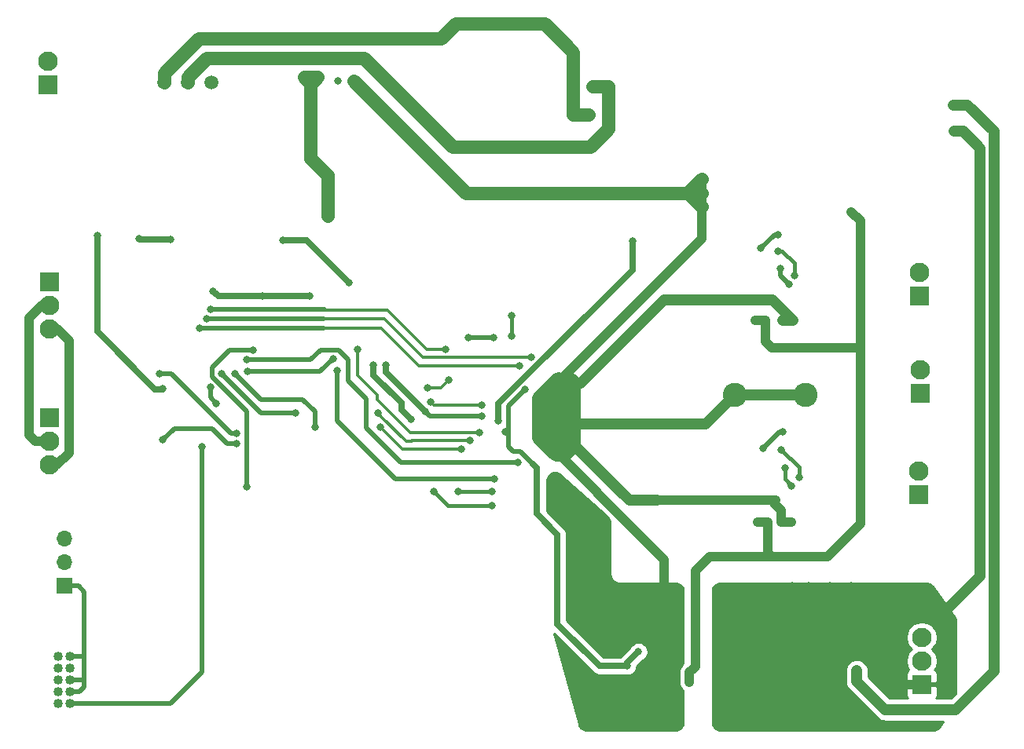
<source format=gbr>
G04 #@! TF.GenerationSoftware,KiCad,Pcbnew,5.1.6-c6e7f7d~86~ubuntu18.04.1*
G04 #@! TF.CreationDate,2020-06-04T01:08:26+01:00*
G04 #@! TF.ProjectId,scot-resolver,73636f74-2d72-4657-936f-6c7665722e6b,rev?*
G04 #@! TF.SameCoordinates,Original*
G04 #@! TF.FileFunction,Copper,L2,Bot*
G04 #@! TF.FilePolarity,Positive*
%FSLAX46Y46*%
G04 Gerber Fmt 4.6, Leading zero omitted, Abs format (unit mm)*
G04 Created by KiCad (PCBNEW 5.1.6-c6e7f7d~86~ubuntu18.04.1) date 2020-06-04 01:08:26*
%MOMM*%
%LPD*%
G01*
G04 APERTURE LIST*
G04 #@! TA.AperFunction,ComponentPad*
%ADD10C,2.100000*%
G04 #@! TD*
G04 #@! TA.AperFunction,ComponentPad*
%ADD11R,2.100000X2.100000*%
G04 #@! TD*
G04 #@! TA.AperFunction,ComponentPad*
%ADD12C,2.600000*%
G04 #@! TD*
G04 #@! TA.AperFunction,ComponentPad*
%ADD13C,1.016000*%
G04 #@! TD*
G04 #@! TA.AperFunction,ComponentPad*
%ADD14O,1.700000X1.700000*%
G04 #@! TD*
G04 #@! TA.AperFunction,ComponentPad*
%ADD15R,1.700000X1.700000*%
G04 #@! TD*
G04 #@! TA.AperFunction,ComponentPad*
%ADD16C,1.500000*%
G04 #@! TD*
G04 #@! TA.AperFunction,ViaPad*
%ADD17C,0.800000*%
G04 #@! TD*
G04 #@! TA.AperFunction,Conductor*
%ADD18C,2.000000*%
G04 #@! TD*
G04 #@! TA.AperFunction,Conductor*
%ADD19C,1.400000*%
G04 #@! TD*
G04 #@! TA.AperFunction,Conductor*
%ADD20C,1.000000*%
G04 #@! TD*
G04 #@! TA.AperFunction,Conductor*
%ADD21C,1.200000*%
G04 #@! TD*
G04 #@! TA.AperFunction,Conductor*
%ADD22C,0.500000*%
G04 #@! TD*
G04 #@! TA.AperFunction,Conductor*
%ADD23C,0.700000*%
G04 #@! TD*
G04 #@! TA.AperFunction,Conductor*
%ADD24C,0.400000*%
G04 #@! TD*
G04 #@! TA.AperFunction,Conductor*
%ADD25C,0.300000*%
G04 #@! TD*
G04 #@! TA.AperFunction,Conductor*
%ADD26C,0.254000*%
G04 #@! TD*
G04 APERTURE END LIST*
D10*
X180022500Y-119951500D03*
X180022500Y-122491500D03*
D11*
X180022500Y-125031500D03*
D10*
X86029800Y-101371400D03*
X86029800Y-98831400D03*
D11*
X86029800Y-96291400D03*
D12*
X167500300Y-93814900D03*
X159880300Y-93814900D03*
D10*
X179773580Y-80589120D03*
D11*
X179773580Y-83129120D03*
D10*
X179857800Y-91106200D03*
D11*
X179857800Y-93646200D03*
D10*
X179705000Y-102057200D03*
D11*
X179705000Y-104597200D03*
D10*
X86029800Y-86715600D03*
X86029800Y-84175600D03*
D11*
X86029800Y-81635600D03*
D13*
X86995000Y-122047000D03*
X88265000Y-122047000D03*
X86995000Y-123317000D03*
X88265000Y-123317000D03*
X86995000Y-124587000D03*
X88265000Y-124587000D03*
X86995000Y-125857000D03*
X88265000Y-125857000D03*
X86995000Y-127127000D03*
X88265000Y-127127000D03*
D14*
X87630000Y-109347000D03*
X87630000Y-111887000D03*
D15*
X87630000Y-114427000D03*
D10*
X85915500Y-57848500D03*
D11*
X85915500Y-60388500D03*
D16*
X103505000Y-60134500D03*
X100965000Y-60134500D03*
X98425000Y-60134500D03*
D17*
X152704800Y-120802400D03*
X143296640Y-96781620D03*
X140716000Y-100012500D03*
X142191740Y-94010480D03*
X153797000Y-127939800D03*
X153682700Y-129324100D03*
X144094200Y-129057400D03*
X151599900Y-127914400D03*
X142245080Y-123779280D03*
X143357600Y-127787400D03*
X142265400Y-118300500D03*
X150456900Y-122593100D03*
X147218400Y-119989600D03*
X152069800Y-119735600D03*
X153238200Y-114630200D03*
X146659600Y-114744500D03*
X153898600Y-120802400D03*
X153238200Y-119710200D03*
X145021300Y-118338600D03*
X147193000Y-121132600D03*
X118821200Y-59944000D03*
X117119188Y-59944000D03*
X156286200Y-72059800D03*
X156311600Y-70535800D03*
X156286200Y-73456800D03*
X145910300Y-129336800D03*
X147828000Y-129336800D03*
X149656800Y-129336800D03*
X151599900Y-129336800D03*
X142265400Y-115277900D03*
X142265400Y-112115600D03*
X142278100Y-108851700D03*
X145046700Y-121107200D03*
X164906960Y-107508040D03*
X165999160Y-107508040D03*
X166131240Y-85750400D03*
X165018720Y-85770720D03*
X164576760Y-76512420D03*
X162666680Y-78003400D03*
X165064440Y-97815400D03*
X162966400Y-99562920D03*
X142199360Y-92456000D03*
X163454080Y-107533440D03*
X134429500Y-96647000D03*
X154978100Y-124764800D03*
X154990800Y-123723400D03*
X162361880Y-107533440D03*
X162123120Y-85760560D03*
X163154360Y-85750400D03*
X148833840Y-77195680D03*
X172445791Y-74079211D03*
X166302426Y-80935566D03*
X166794180Y-102704900D03*
X148297900Y-123037600D03*
X149504400Y-121513600D03*
X164531042Y-78287880D03*
X164871400Y-99715320D03*
X135188960Y-97784920D03*
X137276840Y-93261180D03*
X165993180Y-103593900D03*
X165269378Y-101688106D03*
X146278600Y-60579000D03*
X144526000Y-60579000D03*
X108966000Y-83185000D03*
X114046000Y-83185000D03*
X120967500Y-90614500D03*
X124993400Y-96418400D03*
X135826500Y-87439500D03*
X135826500Y-85292500D03*
X127431800Y-104190800D03*
X133756632Y-105714800D03*
X103657400Y-82626200D03*
X113461800Y-59563000D03*
X114884200Y-59563000D03*
X116001800Y-70078600D03*
X116001800Y-72186800D03*
X116001800Y-74498200D03*
X133858000Y-87630000D03*
X131191000Y-87630000D03*
X91236800Y-76657200D03*
X98247200Y-93167200D03*
X99060000Y-77012794D03*
X104038400Y-94742004D03*
X103378000Y-92964000D03*
X111188500Y-77152500D03*
X122301000Y-90614500D03*
X118300500Y-81724498D03*
X126492000Y-95631000D03*
X130073400Y-104190800D03*
X133731000Y-104190800D03*
X102489000Y-99377500D03*
X132588000Y-96139000D03*
X95732601Y-76987400D03*
X164778504Y-80196744D03*
X165699440Y-81869280D03*
X142494000Y-63601600D03*
X144145000Y-63550800D03*
X106172000Y-97967800D03*
X97866200Y-91567000D03*
X106172000Y-99085400D03*
X98247200Y-98679000D03*
X126745996Y-93027500D03*
X129032000Y-92202000D03*
X132588000Y-94932500D03*
X127152400Y-94615002D03*
X104584500Y-91503504D03*
X121412000Y-95758000D03*
X131343400Y-98729800D03*
X112547400Y-95758002D03*
X106044998Y-91503500D03*
X121666000Y-97282000D03*
X130378200Y-99644200D03*
X114655602Y-97282000D03*
X107378494Y-91313000D03*
X132334000Y-97840800D03*
X119253000Y-88874600D03*
X116586000Y-89890600D03*
X107315000Y-90043000D03*
X136525000Y-101092000D03*
X102263402Y-86614004D03*
X136675000Y-90650000D03*
X102997000Y-85598000D03*
X137975000Y-89750000D03*
X103378000Y-84592097D03*
X128725000Y-88875000D03*
X108013500Y-88963500D03*
X107315000Y-103759002D03*
X173037500Y-123571000D03*
X173037500Y-124714000D03*
X183438800Y-62534800D03*
X162458400Y-121361200D03*
X169354500Y-119697500D03*
X171386500Y-119697500D03*
X173101000Y-121666000D03*
X175869600Y-119532400D03*
X164084000Y-121767600D03*
X166014400Y-122402600D03*
X160909000Y-119735600D03*
X158877000Y-121031000D03*
X158216600Y-128041400D03*
X160959800Y-128041400D03*
X164376100Y-129463800D03*
X159562800Y-129463800D03*
X166268400Y-129463800D03*
X169037000Y-129463800D03*
X171475400Y-129463800D03*
X174015400Y-129438400D03*
X161963100Y-129463800D03*
X157988000Y-117233700D03*
X159867600Y-117208300D03*
X157822900Y-124980700D03*
X167017700Y-126377700D03*
X168719500Y-126390400D03*
X172085000Y-126403100D03*
X168567100Y-117221000D03*
X173659800Y-117259100D03*
X171831000Y-117246400D03*
X170192700Y-117246400D03*
X174726600Y-118402100D03*
X174879000Y-124079000D03*
X176123600Y-122859800D03*
X177584100Y-121234200D03*
X182765700Y-118999000D03*
X182740300Y-122542300D03*
X182740300Y-125082300D03*
X180568600Y-114858800D03*
X178828700Y-117932200D03*
X177533300Y-116408200D03*
X160820100Y-114439700D03*
X158407100Y-114439700D03*
X164388800Y-114439700D03*
X162687000Y-114439700D03*
X166052500Y-114427000D03*
X167805100Y-114427000D03*
X170129200Y-114427000D03*
X172427900Y-114427000D03*
X174586900Y-114439700D03*
X177050700Y-129451100D03*
X181432200Y-129451100D03*
X183464200Y-65405000D03*
X134010400Y-102844600D03*
X117017800Y-91186000D03*
D18*
X140716000Y-92583000D02*
X140906500Y-92392500D01*
X140906500Y-92392500D02*
X139065000Y-94234000D01*
X139065000Y-98361500D02*
X140716000Y-100012500D01*
X139065000Y-94234000D02*
X139065000Y-98361500D01*
D19*
X130937000Y-72059800D02*
X143103600Y-72059800D01*
X118821200Y-59944000D02*
X130937000Y-72059800D01*
X154889200Y-71958200D02*
X156311600Y-70535800D01*
X154889200Y-72059800D02*
X154889200Y-71958200D01*
X154889200Y-72059800D02*
X156286200Y-72059800D01*
X143103600Y-72059800D02*
X154889200Y-72059800D01*
X154889200Y-72059800D02*
X156286200Y-73456800D01*
D20*
X164248365Y-105181400D02*
X151528780Y-105181400D01*
X164906960Y-106271795D02*
X164906960Y-107508040D01*
X164146765Y-105511600D02*
X164906960Y-106271795D01*
X164906960Y-107508040D02*
X165999160Y-107508040D01*
X140906500Y-92392500D02*
X140906500Y-92377260D01*
X156311600Y-76972160D02*
X156311600Y-70535800D01*
X140906500Y-92377260D02*
X156311600Y-76972160D01*
D18*
X140716000Y-100012500D02*
X140716000Y-96723200D01*
D20*
X140964920Y-96972120D02*
X140716000Y-96723200D01*
D18*
X140716000Y-96723200D02*
X140716000Y-92583000D01*
D20*
X145034000Y-104330500D02*
X140716000Y-100012500D01*
X148869400Y-108204000D02*
X145034000Y-104368600D01*
X148874480Y-108204000D02*
X148869400Y-108204000D01*
X152298400Y-116306600D02*
X152298400Y-111627920D01*
X145034000Y-104368600D02*
X145034000Y-104330500D01*
X152298400Y-111627920D02*
X148874480Y-108204000D01*
D21*
X156723080Y-96972120D02*
X159880300Y-93814900D01*
X140964920Y-96972120D02*
X156723080Y-96972120D01*
X159880300Y-93814900D02*
X167500300Y-93814900D01*
X143250920Y-92583000D02*
X140716000Y-92583000D01*
X152283160Y-83550760D02*
X143250920Y-92583000D01*
X166131240Y-85750400D02*
X163931600Y-83550760D01*
X163931600Y-83550760D02*
X152283160Y-83550760D01*
X166131240Y-85750400D02*
X165039040Y-85750400D01*
X165039040Y-85750400D02*
X165018720Y-85770720D01*
D22*
X164157660Y-76512420D02*
X162666680Y-78003400D01*
X164576760Y-76512420D02*
X164157660Y-76512420D01*
X164713920Y-97815400D02*
X162966400Y-99562920D01*
X165064440Y-97815400D02*
X164713920Y-97815400D01*
D18*
X142306040Y-92562680D02*
X142199360Y-92456000D01*
X142306040Y-96972120D02*
X142306040Y-92562680D01*
D20*
X142306040Y-96972120D02*
X140964920Y-96972120D01*
X143250920Y-96972120D02*
X142306040Y-96972120D01*
D18*
X142306040Y-99179380D02*
X141472920Y-100012500D01*
X142306040Y-96972120D02*
X142306040Y-99179380D01*
D21*
X140716000Y-100012500D02*
X141472920Y-100012500D01*
X148503640Y-105181400D02*
X151528780Y-105181400D01*
X141490700Y-98600260D02*
X141922500Y-98600260D01*
X141922500Y-98600260D02*
X148503640Y-105181400D01*
D20*
X155390799Y-123323401D02*
X154990800Y-123723400D01*
X155638500Y-123075700D02*
X155390799Y-123323401D01*
X157175200Y-111252000D02*
X155638500Y-112788700D01*
X155638500Y-112788700D02*
X155638500Y-123075700D01*
X154990800Y-124752100D02*
X154978100Y-124764800D01*
X154990800Y-123723400D02*
X154990800Y-124752100D01*
D23*
X134429500Y-96647000D02*
X134429500Y-94742000D01*
X148833840Y-80337660D02*
X148833840Y-77195680D01*
X134429500Y-94742000D02*
X148833840Y-80337660D01*
D20*
X169862500Y-111252000D02*
X164973000Y-111252000D01*
X173413420Y-107701080D02*
X169862500Y-111252000D01*
X162361880Y-107533440D02*
X163454080Y-107533440D01*
X163454080Y-110822740D02*
X163883340Y-111252000D01*
X163454080Y-107533440D02*
X163454080Y-110822740D01*
X164973000Y-111252000D02*
X163883340Y-111252000D01*
X163883340Y-111252000D02*
X157162500Y-111252000D01*
X163144200Y-85760560D02*
X163154360Y-85750400D01*
X162123120Y-85760560D02*
X163144200Y-85760560D01*
X163154360Y-85750400D02*
X163154360Y-88051640D01*
X163154360Y-88051640D02*
X163837620Y-88734900D01*
X163837620Y-88734900D02*
X173413420Y-88734900D01*
X173413420Y-88734900D02*
X173413420Y-107701080D01*
X173413420Y-75046840D02*
X172445791Y-74079211D01*
X173413420Y-88734900D02*
X173413420Y-75046840D01*
D22*
X135509000Y-99441000D02*
X136017000Y-99949000D01*
X136017000Y-99949000D02*
X136779000Y-99949000D01*
X136779000Y-99949000D02*
X138112500Y-101282500D01*
D24*
X166302426Y-80935566D02*
X166302426Y-79602066D01*
X164988240Y-78287880D02*
X164531042Y-78287880D01*
X166302426Y-79602066D02*
X164988240Y-78287880D01*
D23*
X148297900Y-122720100D02*
X149504400Y-121513600D01*
X148297900Y-123037600D02*
X148297900Y-122720100D01*
D24*
X166794180Y-102704900D02*
X166794180Y-101638100D01*
X166794180Y-101638100D02*
X164871400Y-99715320D01*
D22*
X135382000Y-97784920D02*
X135509000Y-97911920D01*
X135509000Y-97911920D02*
X135509000Y-99441000D01*
D23*
X135188960Y-97784920D02*
X135382000Y-97784920D01*
D22*
X135509000Y-95029020D02*
X137276840Y-93261180D01*
X135509000Y-97911920D02*
X135509000Y-95029020D01*
D23*
X138526520Y-101696520D02*
X138112500Y-101282500D01*
X148285200Y-123050300D02*
X145321020Y-123050300D01*
X148297900Y-123037600D02*
X148285200Y-123050300D01*
X145321020Y-123050300D02*
X140766800Y-118496080D01*
X140766800Y-118496080D02*
X140766800Y-108877100D01*
X138526520Y-106636820D02*
X138526520Y-101696520D01*
X140766800Y-108877100D02*
X138526520Y-106636820D01*
D24*
X165993180Y-103593900D02*
X165269378Y-102870098D01*
X165269378Y-102870098D02*
X165269378Y-101688106D01*
D19*
X119938800Y-57505600D02*
X125247400Y-62814200D01*
X102997000Y-57505600D02*
X119938800Y-57505600D01*
X100965000Y-60134500D02*
X100965000Y-59537600D01*
X100965000Y-59537600D02*
X102997000Y-57505600D01*
X125247400Y-62814200D02*
X129514600Y-67081400D01*
X129514600Y-67081400D02*
X144297400Y-67081400D01*
X144297400Y-67081400D02*
X146278600Y-65100200D01*
X146278600Y-65100200D02*
X146278600Y-60579000D01*
X146278600Y-60579000D02*
X144526000Y-60579000D01*
D23*
X108966000Y-83185000D02*
X114046000Y-83185000D01*
X123977400Y-95402400D02*
X124993400Y-96418400D01*
X123977400Y-94691200D02*
X123977400Y-95402400D01*
X120967500Y-90614500D02*
X120967500Y-91681300D01*
X120967500Y-91681300D02*
X123977400Y-94691200D01*
D24*
X135826500Y-87439500D02*
X135826500Y-85407500D01*
X135826500Y-85407500D02*
X135826500Y-85292500D01*
D22*
X88265000Y-125857000D02*
X89281000Y-125857000D01*
X89281000Y-125857000D02*
X89789000Y-125349000D01*
X88265000Y-122047000D02*
X89789000Y-122047000D01*
X88983420Y-124587000D02*
X89789000Y-124587000D01*
X88265000Y-124587000D02*
X88983420Y-124587000D01*
X89789000Y-125349000D02*
X89789000Y-124587000D01*
X89789000Y-124587000D02*
X89789000Y-122047000D01*
X89154000Y-114427000D02*
X87630000Y-114427000D01*
X89789000Y-122047000D02*
X89789000Y-115062000D01*
X89789000Y-115062000D02*
X89154000Y-114427000D01*
D24*
X127431800Y-104190800D02*
X128955800Y-105714800D01*
X128955800Y-105714800D02*
X133756632Y-105714800D01*
D23*
X108966000Y-83185000D02*
X104216200Y-83185000D01*
X104216200Y-83185000D02*
X103657400Y-82626200D01*
D19*
X113461800Y-59563000D02*
X114884200Y-59563000D01*
X116001800Y-70129400D02*
X116001800Y-74498200D01*
X114198400Y-68326000D02*
X116001800Y-70129400D01*
X114884200Y-59563000D02*
X114198400Y-60248800D01*
X114198400Y-60248800D02*
X114198400Y-68326000D01*
X114147600Y-60248800D02*
X114198400Y-60248800D01*
X113461800Y-59563000D02*
X114147600Y-60248800D01*
D22*
X133858000Y-87630000D02*
X131191000Y-87630000D01*
D23*
X91236800Y-77222885D02*
X91236800Y-76657200D01*
X98247200Y-93192600D02*
X97434400Y-93192600D01*
X91236800Y-86995000D02*
X91236800Y-77222885D01*
X97434400Y-93192600D02*
X91236800Y-86995000D01*
D22*
X103378000Y-94081604D02*
X103378000Y-92964000D01*
X104038400Y-94742004D02*
X103378000Y-94081604D01*
D23*
X111188500Y-77152500D02*
X113728502Y-77152500D01*
X117900501Y-81324499D02*
X118300500Y-81724498D01*
X113728502Y-77152500D02*
X117900501Y-81324499D01*
X126492000Y-95567500D02*
X126492000Y-95631000D01*
X122301000Y-90614500D02*
X122301000Y-91376500D01*
X122301000Y-91376500D02*
X126492000Y-95567500D01*
D24*
X130073400Y-104190800D02*
X133731000Y-104190800D01*
D22*
X126492000Y-95631000D02*
X127000000Y-96139000D01*
X127000000Y-96139000D02*
X132588000Y-96139000D01*
X96012000Y-127127000D02*
X88265000Y-127127000D01*
X99060000Y-127127000D02*
X96012000Y-127127000D01*
X102489000Y-99377500D02*
X102489000Y-123698000D01*
X102489000Y-123698000D02*
X99060000Y-127127000D01*
D23*
X95757995Y-77012794D02*
X95732601Y-76987400D01*
X99060000Y-77012794D02*
X95757995Y-77012794D01*
D22*
X164778504Y-80948344D02*
X165699440Y-81869280D01*
X164778504Y-80196744D02*
X164778504Y-80948344D01*
D19*
X142544800Y-63550800D02*
X144145000Y-63550800D01*
X142468600Y-56906160D02*
X142468600Y-63627000D01*
X141894560Y-56332120D02*
X142468600Y-56906160D01*
X141889480Y-56332120D02*
X141894560Y-56332120D01*
X142468600Y-63627000D02*
X142544800Y-63550800D01*
X98425000Y-59073840D02*
X102101440Y-55397400D01*
X139357360Y-53800000D02*
X141889480Y-56332120D01*
X98425000Y-60134500D02*
X98425000Y-59073840D01*
X102101440Y-55397400D02*
X128252220Y-55397400D01*
X128252220Y-55397400D02*
X129849620Y-53800000D01*
X129849620Y-53800000D02*
X139357360Y-53800000D01*
D20*
X88163400Y-100050600D02*
X86842600Y-101371400D01*
X86842600Y-101371400D02*
X86029800Y-101371400D01*
X88163400Y-87960200D02*
X88163400Y-100050600D01*
X86029800Y-86715600D02*
X86918800Y-86715600D01*
X86918800Y-86715600D02*
X88163400Y-87960200D01*
X85166200Y-84175600D02*
X86029800Y-84175600D01*
X83845400Y-85496400D02*
X85166200Y-84175600D01*
X83845400Y-98131924D02*
X83845400Y-85496400D01*
X86029800Y-98831400D02*
X84544876Y-98831400D01*
X84544876Y-98831400D02*
X83845400Y-98131924D01*
D22*
X99205515Y-91567000D02*
X97866200Y-91567000D01*
X106172000Y-97967800D02*
X105606315Y-97967800D01*
X105606315Y-97967800D02*
X99205515Y-91567000D01*
X99491800Y-97434400D02*
X98247200Y-98679000D01*
X103555800Y-97434400D02*
X99491800Y-97434400D01*
X106172000Y-99085400D02*
X105206800Y-99085400D01*
X105206800Y-99085400D02*
X103555800Y-97434400D01*
D25*
X128206500Y-93027500D02*
X129032000Y-92202000D01*
X126745996Y-93027500D02*
X128206500Y-93027500D01*
X127469898Y-94932500D02*
X127152400Y-94615002D01*
X132588000Y-94932500D02*
X127469898Y-94932500D01*
X125095000Y-98806000D02*
X124460000Y-98806000D01*
X124460000Y-98806000D02*
X121811999Y-96157999D01*
X121811999Y-96157999D02*
X121412000Y-95758000D01*
X125107700Y-98729800D02*
X131343400Y-98729800D01*
X125031500Y-98806000D02*
X125107700Y-98729800D01*
D22*
X108838998Y-95758002D02*
X112547400Y-95758002D01*
X104584500Y-91503504D02*
X108838998Y-95758002D01*
D25*
X124028200Y-99644200D02*
X130378200Y-99644200D01*
X121666000Y-97282000D02*
X124028200Y-99644200D01*
D22*
X114655602Y-95605602D02*
X114655602Y-97282000D01*
X106044998Y-91503500D02*
X108838998Y-94297500D01*
X113347500Y-94297500D02*
X114655602Y-95605602D01*
X108838998Y-94297500D02*
X113347500Y-94297500D01*
X115163600Y-91313000D02*
X116586000Y-89890600D01*
X107378494Y-91313000D02*
X115163600Y-91313000D01*
D25*
X119253000Y-91709058D02*
X119253000Y-88874600D01*
X121361200Y-94310200D02*
X121361200Y-93817258D01*
X121361200Y-93817258D02*
X119253000Y-91709058D01*
X132334000Y-97840800D02*
X124891800Y-97840800D01*
X124891800Y-97840800D02*
X121361200Y-94310200D01*
D22*
X120205500Y-97409000D02*
X123888500Y-101092000D01*
X120205500Y-94272100D02*
X120205500Y-97409000D01*
X114198400Y-90043000D02*
X115290600Y-88950800D01*
X118262400Y-89992200D02*
X118262400Y-92329000D01*
X135959315Y-101092000D02*
X136525000Y-101092000D01*
X115290600Y-88950800D02*
X117221000Y-88950800D01*
X118262400Y-92329000D02*
X120205500Y-94272100D01*
X123888500Y-101092000D02*
X135959315Y-101092000D01*
X107315000Y-90043000D02*
X114198400Y-90043000D01*
X117221000Y-88950800D02*
X118262400Y-89992200D01*
X115569996Y-86614004D02*
X102263402Y-86614004D01*
D25*
X125829000Y-90650000D02*
X136675000Y-90650000D01*
X121793004Y-86614004D02*
X125829000Y-90650000D01*
X115569996Y-86614004D02*
X121793004Y-86614004D01*
D22*
X102997000Y-85598000D02*
X115570000Y-85598000D01*
D25*
X137950000Y-89775000D02*
X137975000Y-89750000D01*
X126287500Y-89775000D02*
X137950000Y-89775000D01*
X115570000Y-85598000D02*
X122110500Y-85598000D01*
X122110500Y-85598000D02*
X126287500Y-89775000D01*
D22*
X103378000Y-84592097D02*
X115707097Y-84592097D01*
D25*
X126725000Y-88900000D02*
X128700000Y-88900000D01*
X115760500Y-84645500D02*
X122470500Y-84645500D01*
X128700000Y-88900000D02*
X128725000Y-88875000D01*
X122470500Y-84645500D02*
X126725000Y-88900000D01*
D22*
X107315000Y-103193317D02*
X107315000Y-103759002D01*
X107315000Y-95631000D02*
X107315000Y-103193317D01*
X108013500Y-88963500D02*
X105473500Y-88963500D01*
X105473500Y-88963500D02*
X103568500Y-90868500D01*
X103568500Y-91884500D02*
X107315000Y-95631000D01*
X103568500Y-90868500D02*
X103568500Y-91884500D01*
D21*
X173037500Y-123571000D02*
X173037500Y-124714000D01*
X183705500Y-127762000D02*
X187833000Y-123634500D01*
X187833000Y-65405000D02*
X184962800Y-62534800D01*
X176085500Y-127762000D02*
X183705500Y-127762000D01*
X184962800Y-62534800D02*
X183438800Y-62534800D01*
X173037500Y-124714000D02*
X176085500Y-127762000D01*
X187833000Y-123634500D02*
X187833000Y-65405000D01*
D20*
X176720500Y-125031500D02*
X171386500Y-119697500D01*
X180022500Y-125031500D02*
X176720500Y-125031500D01*
D21*
X169354500Y-119697500D02*
X171386500Y-119697500D01*
X184505600Y-65405000D02*
X183464200Y-65405000D01*
X175323500Y-119697500D02*
X178244500Y-116776500D01*
X171386500Y-119697500D02*
X175323500Y-119697500D01*
X178244500Y-116776500D02*
X182943500Y-116776500D01*
X182943500Y-116776500D02*
X186309000Y-113411000D01*
X186309000Y-113411000D02*
X186309000Y-67208400D01*
X186309000Y-67208400D02*
X184505600Y-65405000D01*
D22*
X117017800Y-96596200D02*
X117017800Y-91186000D01*
X123266200Y-102844600D02*
X134010400Y-102844600D01*
X117017800Y-96596200D02*
X123266200Y-102844600D01*
D26*
G36*
X180629436Y-114138184D02*
G01*
X180786964Y-114183896D01*
X180933146Y-114258282D01*
X181062825Y-114358719D01*
X181175391Y-114486156D01*
X183531999Y-117722563D01*
X183627678Y-117888391D01*
X183684225Y-118064187D01*
X183703169Y-118254699D01*
X183648882Y-126072065D01*
X183193947Y-126527000D01*
X181528351Y-126527000D01*
X181603037Y-126435994D01*
X181662002Y-126325680D01*
X181698312Y-126205982D01*
X181710572Y-126081500D01*
X181707500Y-125317250D01*
X181548750Y-125158500D01*
X180149500Y-125158500D01*
X180149500Y-125178500D01*
X179895500Y-125178500D01*
X179895500Y-125158500D01*
X178496250Y-125158500D01*
X178337500Y-125317250D01*
X178334428Y-126081500D01*
X178346688Y-126205982D01*
X178382998Y-126325680D01*
X178441963Y-126435994D01*
X178516649Y-126527000D01*
X176597054Y-126527000D01*
X174272500Y-124202447D01*
X174272500Y-123981500D01*
X178334428Y-123981500D01*
X178337500Y-124745750D01*
X178496250Y-124904500D01*
X179895500Y-124904500D01*
X179895500Y-124884500D01*
X180149500Y-124884500D01*
X180149500Y-124904500D01*
X181548750Y-124904500D01*
X181707500Y-124745750D01*
X181710572Y-123981500D01*
X181698312Y-123857018D01*
X181662002Y-123737320D01*
X181603037Y-123627006D01*
X181523685Y-123530315D01*
X181426994Y-123450963D01*
X181412954Y-123443458D01*
X181515728Y-123289647D01*
X181642746Y-122982996D01*
X181707500Y-122657458D01*
X181707500Y-122325542D01*
X181642746Y-122000004D01*
X181515728Y-121693353D01*
X181331325Y-121417375D01*
X181135450Y-121221500D01*
X181331325Y-121025625D01*
X181515728Y-120749647D01*
X181642746Y-120442996D01*
X181707500Y-120117458D01*
X181707500Y-119785542D01*
X181642746Y-119460004D01*
X181515728Y-119153353D01*
X181331325Y-118877375D01*
X181096625Y-118642675D01*
X180820647Y-118458272D01*
X180513996Y-118331254D01*
X180188458Y-118266500D01*
X179856542Y-118266500D01*
X179531004Y-118331254D01*
X179224353Y-118458272D01*
X178948375Y-118642675D01*
X178713675Y-118877375D01*
X178529272Y-119153353D01*
X178402254Y-119460004D01*
X178337500Y-119785542D01*
X178337500Y-120117458D01*
X178402254Y-120442996D01*
X178529272Y-120749647D01*
X178713675Y-121025625D01*
X178909550Y-121221500D01*
X178713675Y-121417375D01*
X178529272Y-121693353D01*
X178402254Y-122000004D01*
X178337500Y-122325542D01*
X178337500Y-122657458D01*
X178402254Y-122982996D01*
X178529272Y-123289647D01*
X178632046Y-123443458D01*
X178618006Y-123450963D01*
X178521315Y-123530315D01*
X178441963Y-123627006D01*
X178382998Y-123737320D01*
X178346688Y-123857018D01*
X178334428Y-123981500D01*
X174272500Y-123981500D01*
X174272500Y-123510335D01*
X174254630Y-123328898D01*
X174184011Y-123096099D01*
X174069333Y-122881551D01*
X173915002Y-122693498D01*
X173726948Y-122539167D01*
X173512400Y-122424489D01*
X173279601Y-122353870D01*
X173037500Y-122330025D01*
X172795398Y-122353870D01*
X172562599Y-122424489D01*
X172348051Y-122539167D01*
X172159998Y-122693498D01*
X172005667Y-122881552D01*
X171890989Y-123096100D01*
X171820370Y-123328899D01*
X171802500Y-123510336D01*
X171802500Y-124653335D01*
X171796525Y-124714000D01*
X171802500Y-124774665D01*
X171820370Y-124956102D01*
X171890989Y-125188901D01*
X172005668Y-125403449D01*
X172159999Y-125591502D01*
X172207121Y-125630174D01*
X175169326Y-128592380D01*
X175207998Y-128639502D01*
X175396051Y-128793833D01*
X175610599Y-128908511D01*
X175726999Y-128943821D01*
X175843397Y-128979130D01*
X176085500Y-129002975D01*
X176146165Y-128997000D01*
X182348500Y-128997000D01*
X181987603Y-129547048D01*
X181875225Y-129686109D01*
X181742545Y-129796306D01*
X181590780Y-129878246D01*
X181425864Y-129928726D01*
X181247945Y-129946400D01*
X158353284Y-129946400D01*
X158176811Y-129929015D01*
X158013116Y-129879345D01*
X157862266Y-129798690D01*
X157730054Y-129690148D01*
X157621563Y-129557892D01*
X157540967Y-129407009D01*
X157491363Y-129243299D01*
X157474047Y-129066816D01*
X157479603Y-115001094D01*
X157497041Y-114824712D01*
X157546725Y-114661114D01*
X157627362Y-114510351D01*
X157735860Y-114378206D01*
X157868039Y-114269767D01*
X158018839Y-114189187D01*
X158182451Y-114139569D01*
X158358845Y-114122200D01*
X180460153Y-114122200D01*
X180629436Y-114138184D01*
G37*
X180629436Y-114138184D02*
X180786964Y-114183896D01*
X180933146Y-114258282D01*
X181062825Y-114358719D01*
X181175391Y-114486156D01*
X183531999Y-117722563D01*
X183627678Y-117888391D01*
X183684225Y-118064187D01*
X183703169Y-118254699D01*
X183648882Y-126072065D01*
X183193947Y-126527000D01*
X181528351Y-126527000D01*
X181603037Y-126435994D01*
X181662002Y-126325680D01*
X181698312Y-126205982D01*
X181710572Y-126081500D01*
X181707500Y-125317250D01*
X181548750Y-125158500D01*
X180149500Y-125158500D01*
X180149500Y-125178500D01*
X179895500Y-125178500D01*
X179895500Y-125158500D01*
X178496250Y-125158500D01*
X178337500Y-125317250D01*
X178334428Y-126081500D01*
X178346688Y-126205982D01*
X178382998Y-126325680D01*
X178441963Y-126435994D01*
X178516649Y-126527000D01*
X176597054Y-126527000D01*
X174272500Y-124202447D01*
X174272500Y-123981500D01*
X178334428Y-123981500D01*
X178337500Y-124745750D01*
X178496250Y-124904500D01*
X179895500Y-124904500D01*
X179895500Y-124884500D01*
X180149500Y-124884500D01*
X180149500Y-124904500D01*
X181548750Y-124904500D01*
X181707500Y-124745750D01*
X181710572Y-123981500D01*
X181698312Y-123857018D01*
X181662002Y-123737320D01*
X181603037Y-123627006D01*
X181523685Y-123530315D01*
X181426994Y-123450963D01*
X181412954Y-123443458D01*
X181515728Y-123289647D01*
X181642746Y-122982996D01*
X181707500Y-122657458D01*
X181707500Y-122325542D01*
X181642746Y-122000004D01*
X181515728Y-121693353D01*
X181331325Y-121417375D01*
X181135450Y-121221500D01*
X181331325Y-121025625D01*
X181515728Y-120749647D01*
X181642746Y-120442996D01*
X181707500Y-120117458D01*
X181707500Y-119785542D01*
X181642746Y-119460004D01*
X181515728Y-119153353D01*
X181331325Y-118877375D01*
X181096625Y-118642675D01*
X180820647Y-118458272D01*
X180513996Y-118331254D01*
X180188458Y-118266500D01*
X179856542Y-118266500D01*
X179531004Y-118331254D01*
X179224353Y-118458272D01*
X178948375Y-118642675D01*
X178713675Y-118877375D01*
X178529272Y-119153353D01*
X178402254Y-119460004D01*
X178337500Y-119785542D01*
X178337500Y-120117458D01*
X178402254Y-120442996D01*
X178529272Y-120749647D01*
X178713675Y-121025625D01*
X178909550Y-121221500D01*
X178713675Y-121417375D01*
X178529272Y-121693353D01*
X178402254Y-122000004D01*
X178337500Y-122325542D01*
X178337500Y-122657458D01*
X178402254Y-122982996D01*
X178529272Y-123289647D01*
X178632046Y-123443458D01*
X178618006Y-123450963D01*
X178521315Y-123530315D01*
X178441963Y-123627006D01*
X178382998Y-123737320D01*
X178346688Y-123857018D01*
X178334428Y-123981500D01*
X174272500Y-123981500D01*
X174272500Y-123510335D01*
X174254630Y-123328898D01*
X174184011Y-123096099D01*
X174069333Y-122881551D01*
X173915002Y-122693498D01*
X173726948Y-122539167D01*
X173512400Y-122424489D01*
X173279601Y-122353870D01*
X173037500Y-122330025D01*
X172795398Y-122353870D01*
X172562599Y-122424489D01*
X172348051Y-122539167D01*
X172159998Y-122693498D01*
X172005667Y-122881552D01*
X171890989Y-123096100D01*
X171820370Y-123328899D01*
X171802500Y-123510336D01*
X171802500Y-124653335D01*
X171796525Y-124714000D01*
X171802500Y-124774665D01*
X171820370Y-124956102D01*
X171890989Y-125188901D01*
X172005668Y-125403449D01*
X172159999Y-125591502D01*
X172207121Y-125630174D01*
X175169326Y-128592380D01*
X175207998Y-128639502D01*
X175396051Y-128793833D01*
X175610599Y-128908511D01*
X175726999Y-128943821D01*
X175843397Y-128979130D01*
X176085500Y-129002975D01*
X176146165Y-128997000D01*
X182348500Y-128997000D01*
X181987603Y-129547048D01*
X181875225Y-129686109D01*
X181742545Y-129796306D01*
X181590780Y-129878246D01*
X181425864Y-129928726D01*
X181247945Y-129946400D01*
X158353284Y-129946400D01*
X158176811Y-129929015D01*
X158013116Y-129879345D01*
X157862266Y-129798690D01*
X157730054Y-129690148D01*
X157621563Y-129557892D01*
X157540967Y-129407009D01*
X157491363Y-129243299D01*
X157474047Y-129066816D01*
X157479603Y-115001094D01*
X157497041Y-114824712D01*
X157546725Y-114661114D01*
X157627362Y-114510351D01*
X157735860Y-114378206D01*
X157868039Y-114269767D01*
X158018839Y-114189187D01*
X158182451Y-114139569D01*
X158358845Y-114122200D01*
X180460153Y-114122200D01*
X180629436Y-114138184D01*
G36*
X140671341Y-102217058D02*
G01*
X140833284Y-102259380D01*
X140984160Y-102331848D01*
X141123335Y-102435455D01*
X146123951Y-106964999D01*
X146250377Y-107106342D01*
X146341212Y-107265119D01*
X146396939Y-107439356D01*
X146415769Y-107628054D01*
X146385820Y-112988904D01*
X146386366Y-113001399D01*
X146404623Y-113197280D01*
X146409377Y-113221808D01*
X146465629Y-113410323D01*
X146475094Y-113433446D01*
X146567165Y-113607301D01*
X146580973Y-113628123D01*
X146705298Y-113780588D01*
X146722915Y-113798304D01*
X146874683Y-113923479D01*
X146895428Y-113937403D01*
X147068766Y-114030443D01*
X147091835Y-114040037D01*
X147280033Y-114097342D01*
X147304535Y-114102233D01*
X147500310Y-114121584D01*
X147512802Y-114122200D01*
X153451166Y-114122200D01*
X153627589Y-114139576D01*
X153791250Y-114189222D01*
X153942072Y-114269838D01*
X154074270Y-114378330D01*
X154182762Y-114510528D01*
X154263378Y-114661350D01*
X154313024Y-114825011D01*
X154330400Y-115001434D01*
X154330400Y-122778669D01*
X154227665Y-122881404D01*
X154184351Y-122916951D01*
X154042516Y-123089777D01*
X153965886Y-123233144D01*
X153937124Y-123286954D01*
X153872223Y-123500902D01*
X153850309Y-123723400D01*
X153855800Y-123779151D01*
X153855800Y-124580102D01*
X153837609Y-124764800D01*
X153859523Y-124987298D01*
X153924424Y-125201246D01*
X154029817Y-125398422D01*
X154171652Y-125571248D01*
X154330400Y-125701529D01*
X154330400Y-129067166D01*
X154313024Y-129243589D01*
X154263378Y-129407250D01*
X154182762Y-129558072D01*
X154074270Y-129690270D01*
X153942072Y-129798762D01*
X153791250Y-129879378D01*
X153627589Y-129929024D01*
X153451166Y-129946400D01*
X143924389Y-129946400D01*
X143756766Y-129930731D01*
X143600683Y-129885914D01*
X143455595Y-129812937D01*
X143326556Y-129714343D01*
X143218020Y-129593535D01*
X143133756Y-129454708D01*
X143074590Y-129297100D01*
X140416878Y-119539158D01*
X144590309Y-123712590D01*
X144621150Y-123750170D01*
X144658729Y-123781010D01*
X144771136Y-123873260D01*
X144942253Y-123964724D01*
X145127926Y-124021047D01*
X145321020Y-124040065D01*
X145369400Y-124035300D01*
X148008440Y-124035300D01*
X148195961Y-124072600D01*
X148399839Y-124072600D01*
X148599798Y-124032826D01*
X148788156Y-123954805D01*
X148957674Y-123841537D01*
X149101837Y-123697374D01*
X149215105Y-123527856D01*
X149293126Y-123339498D01*
X149332900Y-123139539D01*
X149332900Y-123078100D01*
X149969971Y-122441030D01*
X149994656Y-122430805D01*
X150164174Y-122317537D01*
X150308337Y-122173374D01*
X150421605Y-122003856D01*
X150499626Y-121815498D01*
X150539400Y-121615539D01*
X150539400Y-121411661D01*
X150499626Y-121211702D01*
X150421605Y-121023344D01*
X150308337Y-120853826D01*
X150164174Y-120709663D01*
X149994656Y-120596395D01*
X149806298Y-120518374D01*
X149606339Y-120478600D01*
X149402461Y-120478600D01*
X149202502Y-120518374D01*
X149014144Y-120596395D01*
X148844626Y-120709663D01*
X148700463Y-120853826D01*
X148587195Y-121023344D01*
X148576970Y-121048029D01*
X147635611Y-121989389D01*
X147598031Y-122020230D01*
X147561043Y-122065300D01*
X145729021Y-122065300D01*
X141751800Y-118088080D01*
X141751800Y-108925479D01*
X141756565Y-108877099D01*
X141737547Y-108684005D01*
X141724438Y-108640791D01*
X141681224Y-108498333D01*
X141589760Y-108327216D01*
X141466670Y-108177230D01*
X141429084Y-108146384D01*
X139656583Y-106373883D01*
X139659736Y-103083662D01*
X139676548Y-102910957D01*
X139724279Y-102750531D01*
X139801769Y-102602174D01*
X139906169Y-102471339D01*
X140033634Y-102362852D01*
X140179462Y-102280707D01*
X140338305Y-102227921D01*
X140504302Y-102206441D01*
X140671341Y-102217058D01*
G37*
X140671341Y-102217058D02*
X140833284Y-102259380D01*
X140984160Y-102331848D01*
X141123335Y-102435455D01*
X146123951Y-106964999D01*
X146250377Y-107106342D01*
X146341212Y-107265119D01*
X146396939Y-107439356D01*
X146415769Y-107628054D01*
X146385820Y-112988904D01*
X146386366Y-113001399D01*
X146404623Y-113197280D01*
X146409377Y-113221808D01*
X146465629Y-113410323D01*
X146475094Y-113433446D01*
X146567165Y-113607301D01*
X146580973Y-113628123D01*
X146705298Y-113780588D01*
X146722915Y-113798304D01*
X146874683Y-113923479D01*
X146895428Y-113937403D01*
X147068766Y-114030443D01*
X147091835Y-114040037D01*
X147280033Y-114097342D01*
X147304535Y-114102233D01*
X147500310Y-114121584D01*
X147512802Y-114122200D01*
X153451166Y-114122200D01*
X153627589Y-114139576D01*
X153791250Y-114189222D01*
X153942072Y-114269838D01*
X154074270Y-114378330D01*
X154182762Y-114510528D01*
X154263378Y-114661350D01*
X154313024Y-114825011D01*
X154330400Y-115001434D01*
X154330400Y-122778669D01*
X154227665Y-122881404D01*
X154184351Y-122916951D01*
X154042516Y-123089777D01*
X153965886Y-123233144D01*
X153937124Y-123286954D01*
X153872223Y-123500902D01*
X153850309Y-123723400D01*
X153855800Y-123779151D01*
X153855800Y-124580102D01*
X153837609Y-124764800D01*
X153859523Y-124987298D01*
X153924424Y-125201246D01*
X154029817Y-125398422D01*
X154171652Y-125571248D01*
X154330400Y-125701529D01*
X154330400Y-129067166D01*
X154313024Y-129243589D01*
X154263378Y-129407250D01*
X154182762Y-129558072D01*
X154074270Y-129690270D01*
X153942072Y-129798762D01*
X153791250Y-129879378D01*
X153627589Y-129929024D01*
X153451166Y-129946400D01*
X143924389Y-129946400D01*
X143756766Y-129930731D01*
X143600683Y-129885914D01*
X143455595Y-129812937D01*
X143326556Y-129714343D01*
X143218020Y-129593535D01*
X143133756Y-129454708D01*
X143074590Y-129297100D01*
X140416878Y-119539158D01*
X144590309Y-123712590D01*
X144621150Y-123750170D01*
X144658729Y-123781010D01*
X144771136Y-123873260D01*
X144942253Y-123964724D01*
X145127926Y-124021047D01*
X145321020Y-124040065D01*
X145369400Y-124035300D01*
X148008440Y-124035300D01*
X148195961Y-124072600D01*
X148399839Y-124072600D01*
X148599798Y-124032826D01*
X148788156Y-123954805D01*
X148957674Y-123841537D01*
X149101837Y-123697374D01*
X149215105Y-123527856D01*
X149293126Y-123339498D01*
X149332900Y-123139539D01*
X149332900Y-123078100D01*
X149969971Y-122441030D01*
X149994656Y-122430805D01*
X150164174Y-122317537D01*
X150308337Y-122173374D01*
X150421605Y-122003856D01*
X150499626Y-121815498D01*
X150539400Y-121615539D01*
X150539400Y-121411661D01*
X150499626Y-121211702D01*
X150421605Y-121023344D01*
X150308337Y-120853826D01*
X150164174Y-120709663D01*
X149994656Y-120596395D01*
X149806298Y-120518374D01*
X149606339Y-120478600D01*
X149402461Y-120478600D01*
X149202502Y-120518374D01*
X149014144Y-120596395D01*
X148844626Y-120709663D01*
X148700463Y-120853826D01*
X148587195Y-121023344D01*
X148576970Y-121048029D01*
X147635611Y-121989389D01*
X147598031Y-122020230D01*
X147561043Y-122065300D01*
X145729021Y-122065300D01*
X141751800Y-118088080D01*
X141751800Y-108925479D01*
X141756565Y-108877099D01*
X141737547Y-108684005D01*
X141724438Y-108640791D01*
X141681224Y-108498333D01*
X141589760Y-108327216D01*
X141466670Y-108177230D01*
X141429084Y-108146384D01*
X139656583Y-106373883D01*
X139659736Y-103083662D01*
X139676548Y-102910957D01*
X139724279Y-102750531D01*
X139801769Y-102602174D01*
X139906169Y-102471339D01*
X140033634Y-102362852D01*
X140179462Y-102280707D01*
X140338305Y-102227921D01*
X140504302Y-102206441D01*
X140671341Y-102217058D01*
M02*

</source>
